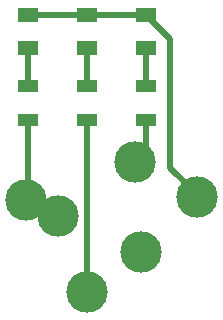
<source format=gbl>
G04 Layer_Physical_Order=2*
G04 Layer_Color=11436288*
%FSLAX25Y25*%
%MOIN*%
G70*
G01*
G75*
%ADD11R,0.07087X0.05118*%
G04:AMPARAMS|DCode=12|XSize=66.93mil|YSize=43.31mil|CornerRadius=4.33mil|HoleSize=0mil|Usage=FLASHONLY|Rotation=180.000|XOffset=0mil|YOffset=0mil|HoleType=Round|Shape=RoundedRectangle|*
%AMROUNDEDRECTD12*
21,1,0.06693,0.03465,0,0,180.0*
21,1,0.05827,0.04331,0,0,180.0*
1,1,0.00866,-0.02913,0.01732*
1,1,0.00866,0.02913,0.01732*
1,1,0.00866,0.02913,-0.01732*
1,1,0.00866,-0.02913,-0.01732*
%
%ADD12ROUNDEDRECTD12*%
%ADD13C,0.01969*%
%ADD14C,0.13780*%
D11*
X263779Y187402D02*
D03*
Y198425D02*
D03*
X244094Y187402D02*
D03*
Y198425D02*
D03*
X224409Y187402D02*
D03*
Y198425D02*
D03*
D12*
X263779Y175000D02*
D03*
Y163583D02*
D03*
X244094Y175000D02*
D03*
Y163583D02*
D03*
X224410Y175000D02*
D03*
Y163583D02*
D03*
D13*
X263779Y198425D02*
X271654Y190551D01*
Y147638D02*
Y190551D01*
Y147638D02*
X280571Y138721D01*
Y137795D02*
Y138721D01*
X244094Y198425D02*
X263779D01*
X224803D02*
X244094D01*
X224410Y198819D02*
X224803Y198425D01*
X263779Y175000D02*
Y187402D01*
Y175000D02*
X263779Y175000D01*
X244094Y175000D02*
Y187402D01*
Y175000D02*
X244094Y175000D01*
X224409Y175000D02*
Y187402D01*
Y175000D02*
X224410Y175000D01*
X263779Y153543D02*
Y163583D01*
X259842Y149606D02*
X263779Y153543D01*
X244094Y106299D02*
Y163583D01*
X224410Y137795D02*
Y163583D01*
X223622Y137008D02*
X224410Y137795D01*
D14*
X223622Y137008D02*
D03*
X234252Y131496D02*
D03*
X259842Y149606D02*
D03*
X261811Y119685D02*
D03*
X280571Y137795D02*
D03*
X244094Y106299D02*
D03*
M02*

</source>
